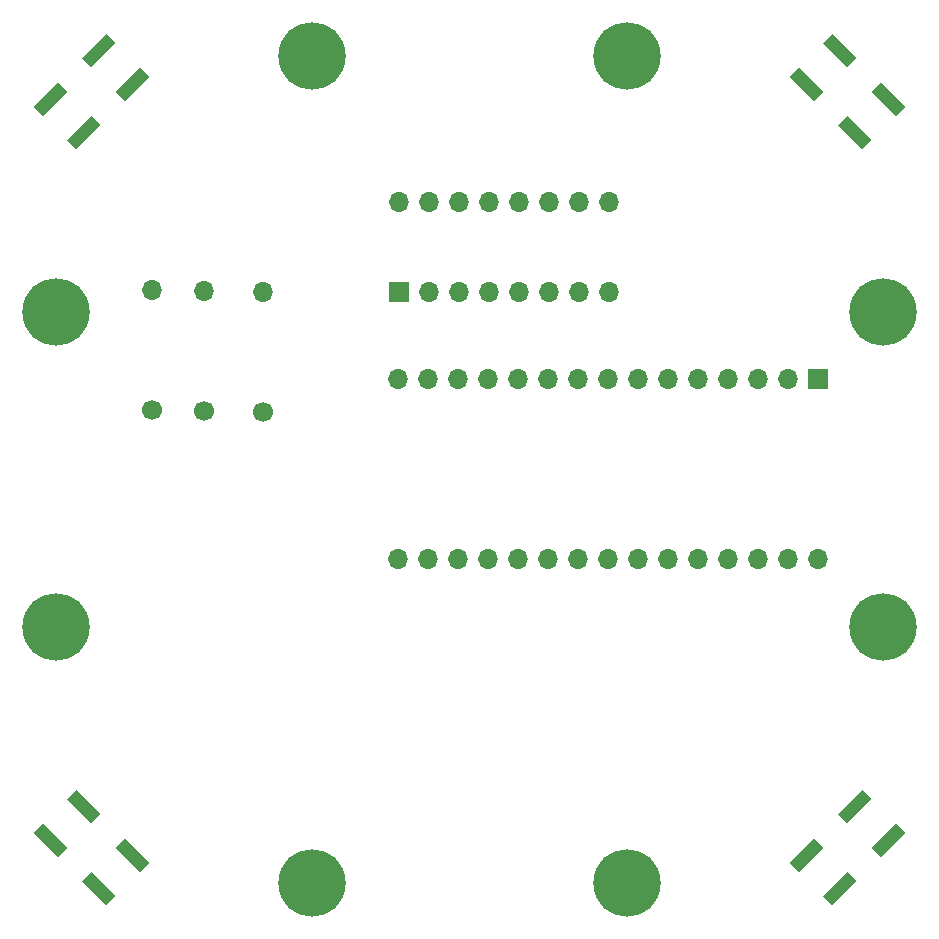
<source format=gbr>
%TF.GenerationSoftware,KiCad,Pcbnew,(5.1.6)-1*%
%TF.CreationDate,2020-07-19T23:04:14+02:00*%
%TF.ProjectId,bedlight-nucleo,6265646c-6967-4687-942d-6e75636c656f,rev?*%
%TF.SameCoordinates,Original*%
%TF.FileFunction,Soldermask,Top*%
%TF.FilePolarity,Negative*%
%FSLAX46Y46*%
G04 Gerber Fmt 4.6, Leading zero omitted, Abs format (unit mm)*
G04 Created by KiCad (PCBNEW (5.1.6)-1) date 2020-07-19 23:04:14*
%MOMM*%
%LPD*%
G01*
G04 APERTURE LIST*
%ADD10C,5.700000*%
%ADD11O,1.700000X1.700000*%
%ADD12R,1.700000X1.700000*%
%ADD13C,0.100000*%
%ADD14C,1.700000*%
G04 APERTURE END LIST*
D10*
%TO.C,H8*%
X177333333Y-147333334D03*
%TD*%
%TO.C,H7*%
X199000000Y-99000000D03*
%TD*%
%TO.C,H6*%
X150666666Y-147333334D03*
%TD*%
%TO.C,H5*%
X199000000Y-125666667D03*
%TD*%
%TO.C,H4*%
X129000000Y-125666667D03*
%TD*%
%TO.C,H3*%
X150666666Y-77333334D03*
%TD*%
%TO.C,H2*%
X129000000Y-99000000D03*
%TD*%
%TO.C,H1*%
X177333333Y-77333334D03*
%TD*%
D11*
%TO.C,U1*%
X157988000Y-119888000D03*
X157988000Y-104648000D03*
X193548000Y-119888000D03*
X160528000Y-104648000D03*
X191008000Y-119888000D03*
X163068000Y-104648000D03*
X188468000Y-119888000D03*
X165608000Y-104648000D03*
X185928000Y-119888000D03*
X168148000Y-104648000D03*
X183388000Y-119888000D03*
X170688000Y-104648000D03*
X180848000Y-119888000D03*
X173228000Y-104648000D03*
X178308000Y-119888000D03*
X175768000Y-104648000D03*
X175768000Y-119888000D03*
X178308000Y-104648000D03*
X173228000Y-119888000D03*
X180848000Y-104648000D03*
X170688000Y-119888000D03*
X183388000Y-104648000D03*
X168148000Y-119888000D03*
X185928000Y-104648000D03*
X165608000Y-119888000D03*
X188468000Y-104648000D03*
X163068000Y-119888000D03*
X191008000Y-104648000D03*
X160528000Y-119888000D03*
D12*
X193548000Y-104648000D03*
%TD*%
D11*
%TO.C,U2*%
X158000000Y-89713334D03*
X175780000Y-97333334D03*
X160540000Y-89713334D03*
X173240000Y-97333334D03*
X163080000Y-89713334D03*
X170700000Y-97333334D03*
X165620000Y-89713334D03*
X168160000Y-97333334D03*
X168160000Y-89713334D03*
X165620000Y-97333334D03*
X170700000Y-89713334D03*
X163080000Y-97333334D03*
X173240000Y-89713334D03*
X160540000Y-97333334D03*
X175780000Y-89713334D03*
D12*
X158000000Y-97333334D03*
%TD*%
D13*
%TO.C,SW4*%
G36*
X198828427Y-145111152D02*
G01*
X198050609Y-144333334D01*
X200101219Y-142282724D01*
X200879037Y-143060542D01*
X198828427Y-145111152D01*
G37*
G36*
X194727208Y-149212371D02*
G01*
X193949390Y-148434553D01*
X196000000Y-146383943D01*
X196777818Y-147161761D01*
X194727208Y-149212371D01*
G37*
G36*
X196000000Y-142282725D02*
G01*
X195222182Y-141504907D01*
X197272792Y-139454297D01*
X198050610Y-140232115D01*
X196000000Y-142282725D01*
G37*
G36*
X191898781Y-146383944D02*
G01*
X191120963Y-145606126D01*
X193171573Y-143555516D01*
X193949391Y-144333334D01*
X191898781Y-146383944D01*
G37*
%TD*%
%TO.C,SW3*%
G36*
X196777818Y-77504907D02*
G01*
X196000000Y-78282725D01*
X193949390Y-76232115D01*
X194727208Y-75454297D01*
X196777818Y-77504907D01*
G37*
G36*
X200879037Y-81606126D02*
G01*
X200101219Y-82383944D01*
X198050609Y-80333334D01*
X198828427Y-79555516D01*
X200879037Y-81606126D01*
G37*
G36*
X193949391Y-80333334D02*
G01*
X193171573Y-81111152D01*
X191120963Y-79060542D01*
X191898781Y-78282724D01*
X193949391Y-80333334D01*
G37*
G36*
X198050610Y-84434553D02*
G01*
X197272792Y-85212371D01*
X195222182Y-83161761D01*
X196000000Y-82383943D01*
X198050610Y-84434553D01*
G37*
%TD*%
%TO.C,SW2*%
G36*
X134828427Y-81111152D02*
G01*
X134050609Y-80333334D01*
X136101219Y-78282724D01*
X136879037Y-79060542D01*
X134828427Y-81111152D01*
G37*
G36*
X130727208Y-85212371D02*
G01*
X129949390Y-84434553D01*
X132000000Y-82383943D01*
X132777818Y-83161761D01*
X130727208Y-85212371D01*
G37*
G36*
X132000000Y-78282725D02*
G01*
X131222182Y-77504907D01*
X133272792Y-75454297D01*
X134050610Y-76232115D01*
X132000000Y-78282725D01*
G37*
G36*
X127898781Y-82383944D02*
G01*
X127120963Y-81606126D01*
X129171573Y-79555516D01*
X129949391Y-80333334D01*
X127898781Y-82383944D01*
G37*
%TD*%
%TO.C,SW1*%
G36*
X132777818Y-141504907D02*
G01*
X132000000Y-142282725D01*
X129949390Y-140232115D01*
X130727208Y-139454297D01*
X132777818Y-141504907D01*
G37*
G36*
X136879037Y-145606126D02*
G01*
X136101219Y-146383944D01*
X134050609Y-144333334D01*
X134828427Y-143555516D01*
X136879037Y-145606126D01*
G37*
G36*
X129949391Y-144333334D02*
G01*
X129171573Y-145111152D01*
X127120963Y-143060542D01*
X127898781Y-142282724D01*
X129949391Y-144333334D01*
G37*
G36*
X134050610Y-148434553D02*
G01*
X133272792Y-149212371D01*
X131222182Y-147161761D01*
X132000000Y-146383943D01*
X134050610Y-148434553D01*
G37*
%TD*%
D11*
%TO.C,R3*%
X146526000Y-97272334D03*
D14*
X146526000Y-107432334D03*
%TD*%
D11*
%TO.C,R2*%
X141494000Y-97173334D03*
D14*
X141494000Y-107333334D03*
%TD*%
D11*
%TO.C,R1*%
X137128000Y-97145334D03*
D14*
X137128000Y-107305334D03*
%TD*%
M02*

</source>
